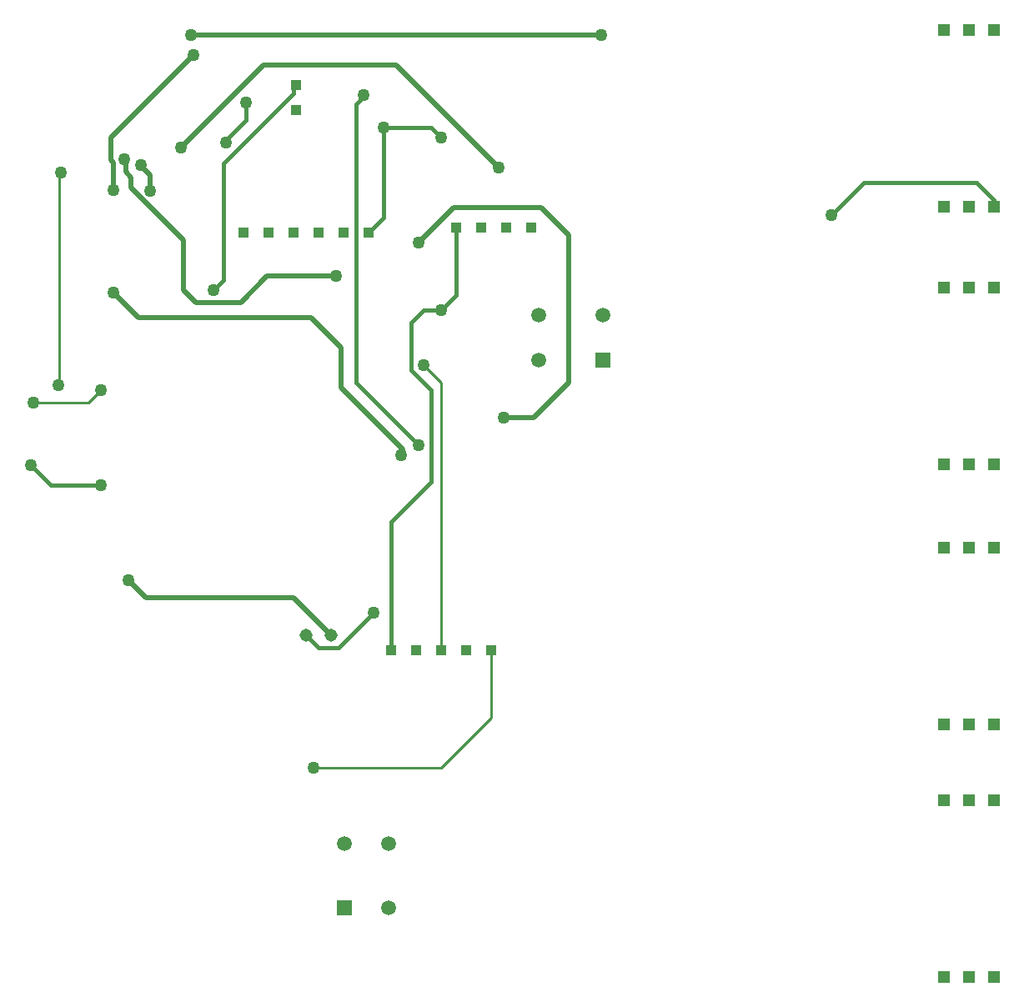
<source format=gbl>
G04 Layer_Physical_Order=2*
G04 Layer_Color=16711680*
%FSLAX44Y44*%
%MOMM*%
G71*
G01*
G75*
%ADD32C,0.2540*%
%ADD33C,0.4000*%
%ADD34C,0.5000*%
%ADD35R,1.2000X1.2000*%
%ADD36C,1.4980*%
%ADD37R,1.4980X1.4980*%
%ADD38C,1.3080*%
%ADD39R,1.0000X1.0000*%
%ADD40R,1.4980X1.4980*%
%ADD41R,1.0000X1.0000*%
%ADD42C,1.2700*%
D32*
X767080Y861060D02*
X822960D01*
X835660Y873760D01*
X793750Y1093470D02*
X795020Y1094740D01*
X793750Y880110D02*
Y1093470D01*
X792480Y878840D02*
X793750Y880110D01*
X1163320Y899160D02*
X1181100Y881380D01*
Y609600D02*
Y881380D01*
X1231900Y541020D02*
Y609600D01*
X1181100Y490220D02*
X1231900Y541020D01*
X1051560Y490220D02*
X1181100D01*
D33*
X1577340Y1051560D02*
X1610360Y1084580D01*
X1724660D01*
X1742440Y1066800D01*
Y1059520D02*
Y1066800D01*
X784860Y777240D02*
X835660D01*
X764540Y797560D02*
X784860Y777240D01*
X1122680Y1140460D02*
X1170940D01*
X1181100Y1130300D01*
X1094740Y881380D02*
X1158240Y817880D01*
X1102360Y1171255D02*
Y1173480D01*
X1094740Y1163634D02*
X1102360Y1171255D01*
X1094740Y881380D02*
Y1163634D01*
X960120Y1103526D02*
X1028014Y1171420D01*
X1031764Y1184164D02*
X1033780Y1186180D01*
X949960Y975360D02*
X960120Y985520D01*
Y1103526D01*
X962660Y1127760D02*
X982980Y1148080D01*
Y1165860D01*
X1028014Y1171420D02*
X1028014D01*
X1031764Y1175170D01*
X962660Y1125220D02*
Y1127760D01*
X1130300Y739870D02*
X1170940Y780510D01*
X1150620Y894080D02*
X1170940Y873760D01*
Y780510D02*
Y873760D01*
X1163320Y955040D02*
X1181100D01*
X1150620Y942340D02*
X1163320Y955040D01*
X1150620Y894080D02*
Y942340D01*
X1130300Y609585D02*
Y739870D01*
X1043940Y624840D02*
X1056640Y612140D01*
X1076960D02*
X1112520Y647700D01*
X1056640Y612140D02*
X1076960D01*
X1196340Y970280D02*
Y1038845D01*
X1181100Y955040D02*
X1196340Y970280D01*
X1031764Y1175170D02*
Y1184164D01*
X1107440Y1033795D02*
X1122680Y1049035D01*
Y1140460D01*
D34*
X927100Y1234440D02*
X1343660D01*
X845820Y1130300D02*
X929640Y1214120D01*
X1031629Y662551D02*
X1069340Y624840D01*
X881769Y662551D02*
X1031629D01*
X1244600Y845820D02*
X1275080D01*
X1310640Y881380D01*
Y1031240D01*
X1193800Y1059180D02*
X1282700D01*
X1310640Y1031240D01*
X1158240Y1023620D02*
X1193800Y1059180D01*
X1004225Y988985D02*
X1074374D01*
X977900Y962660D02*
X1004225Y988985D01*
X937260Y962660D02*
X977900D01*
X919480Y975360D02*
X932649Y962191D01*
X936791D01*
X937260Y962660D01*
X919480Y975360D02*
Y1026160D01*
X876300Y1101421D02*
X885624Y1092097D01*
X866140Y1079500D02*
X919480Y1026160D01*
X876300Y1101421D02*
Y1102360D01*
X885624Y1076124D02*
Y1092097D01*
X860883Y1094917D02*
X866140Y1089660D01*
Y1079500D02*
Y1089660D01*
X859410Y1107663D02*
X860883Y1106189D01*
Y1094917D02*
Y1106189D01*
X845820Y1107440D02*
X848360Y1104900D01*
Y1076960D02*
Y1104900D01*
X1135380Y1203960D02*
X1239520Y1099820D01*
X916940Y1120140D02*
X1000760Y1203960D01*
X1135380D01*
X845820Y1107440D02*
Y1130300D01*
X863600Y680720D02*
X881769Y662551D01*
X1079500Y876300D02*
Y916940D01*
Y876300D02*
X1142199Y813601D01*
X1140460Y807720D02*
X1141933Y809193D01*
Y813335D01*
X1142199Y813601D01*
X1049020Y947420D02*
X1079500Y916940D01*
X848360Y972820D02*
X873760Y947420D01*
X1049020D01*
D35*
X1691640Y1059520D02*
D03*
X1717040D02*
D03*
X1742440D02*
D03*
X1691640Y1239520D02*
D03*
X1717040D02*
D03*
X1742440D02*
D03*
X1691640Y797900D02*
D03*
X1717040D02*
D03*
X1742440D02*
D03*
X1691640Y977900D02*
D03*
X1717040D02*
D03*
X1742440D02*
D03*
X1691640Y533740D02*
D03*
X1717040D02*
D03*
X1742440D02*
D03*
X1691640Y713740D02*
D03*
X1717040D02*
D03*
X1742440D02*
D03*
X1691640Y277200D02*
D03*
X1717040D02*
D03*
X1742440D02*
D03*
X1691640Y457200D02*
D03*
X1717040D02*
D03*
X1742440D02*
D03*
D36*
X1345160Y949240D02*
D03*
X1280160D02*
D03*
Y904240D02*
D03*
X1127760Y347980D02*
D03*
Y412980D02*
D03*
X1082760D02*
D03*
D37*
X1345160Y904240D02*
D03*
D38*
X1043940Y624840D02*
D03*
X1069340D02*
D03*
D39*
X1130300Y609585D02*
D03*
X1155700Y609600D02*
D03*
X1181100D02*
D03*
X1206500D02*
D03*
X1231900D02*
D03*
X980440Y1033780D02*
D03*
X1005840D02*
D03*
X1031240D02*
D03*
X1056640D02*
D03*
X1082040D02*
D03*
X1107440Y1033795D02*
D03*
X1196340Y1038845D02*
D03*
X1221740Y1038860D02*
D03*
X1247140D02*
D03*
X1272540D02*
D03*
D40*
X1082760Y347980D02*
D03*
D41*
X1033780Y1183640D02*
D03*
X1033795Y1158240D02*
D03*
D42*
X1577340Y1051560D02*
D03*
X764540Y797560D02*
D03*
X835660Y777240D02*
D03*
X927100Y1234440D02*
D03*
X929640Y1214120D02*
D03*
X1343660Y1234440D02*
D03*
X1181100Y1130300D02*
D03*
X835660Y873760D02*
D03*
X767080Y861060D02*
D03*
X795020Y1094740D02*
D03*
X1244600Y845820D02*
D03*
X1158240Y1023620D02*
D03*
X1074374Y988985D02*
D03*
X885624Y1076124D02*
D03*
X848360Y1076960D02*
D03*
X859410Y1107663D02*
D03*
X876300Y1102360D02*
D03*
X1239520Y1099820D02*
D03*
X916940Y1120140D02*
D03*
X982980Y1165860D02*
D03*
X962660Y1125220D02*
D03*
X792480Y878840D02*
D03*
X848360Y972820D02*
D03*
X1163320Y899160D02*
D03*
X1051560Y490220D02*
D03*
X1112520Y647700D02*
D03*
X863600Y680720D02*
D03*
X1158240Y817880D02*
D03*
X1181100Y955040D02*
D03*
X1140460Y807720D02*
D03*
X949960Y975360D02*
D03*
X1122680Y1140460D02*
D03*
X1102360Y1173480D02*
D03*
M02*

</source>
